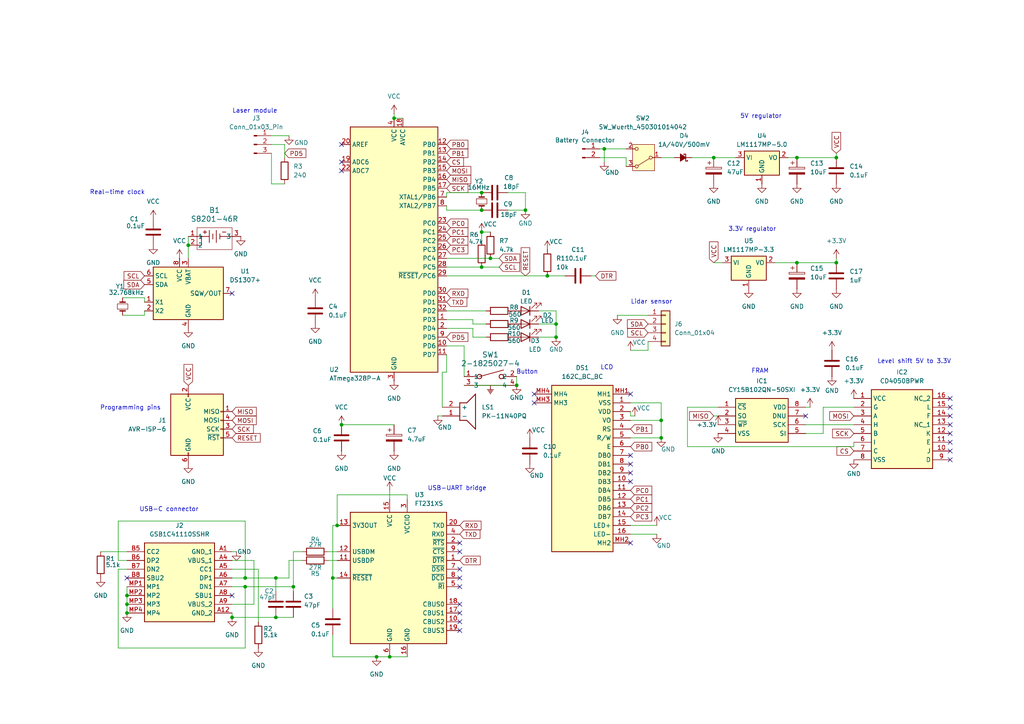
<source format=kicad_sch>
(kicad_sch (version 20250114) (generator "eeschema") (generator_version "9.0")
  (paper "A4")
  (title_block (title "Lidar system") (date "2025-05-14") (rev "1") (company "Filip Andersson"))
  (text "Real-time clock" (at 34.036 55.88 0) (effects (font (size 1.27 1.27))))
  (text "5V regulator" (at 220.726 33.782 0) (effects (font (size 1.27 1.27))))
  (text "FRAM" (at 220.472 107.696 0) (effects (font (size 1.27 1.27))))
  (text "Level shift 5V to 3.3V" (at 265.176 104.902 0) (effects (font (size 1.27 1.27))))
  (text "USB-UART bridge" (at 132.588 141.732 0) (effects (font (size 1.27 1.27))))
  (text "Programming pins" (at 37.846 118.364 0) (effects (font (size 1.27 1.27))))
  (text "Lidar sensor" (at 188.976 87.63 0) (effects (font (size 1.27 1.27))))
  (text "USB-C connector\n" (at 49.022 147.828 0) (effects (font (size 1.27 1.27))))
  (text "LCD" (at 176.022 106.68 0) (effects (font (size 1.27 1.27))))
  (text "3.3V regulator" (at 218.186 66.548 0) (effects (font (size 1.27 1.27))))
  (text "Laser module" (at 73.914 32.258 0) (effects (font (size 1.27 1.27))))
  (text "Button" (at 152.908 107.95 0) (effects (font (size 1.27 1.27))))
  (junction (at 158.75 80.01))
  (junction (at 99.06 123.19))
  (junction (at 96.52 167.64))
  (junction (at 109.22 190.5))
  (junction (at 36.83 177.8))
  (junction (at 149.86 111.76))
  (junction (at 114.3 34.29))
  (junction (at 54.61 71.12))
  (junction (at 231.14 45.72))
  (junction (at 113.03 190.5))
  (junction (at 139.7 77.47))
  (junction (at 175.26 43.18))
  (junction (at 85.09 170.18))
  (junction (at 80.01 179.07))
  (junction (at 36.83 172.72))
  (junction (at 152.4 60.96))
  (junction (at 207.01 45.72))
  (junction (at 80.01 167.64))
  (junction (at 161.29 97.79))
  (junction (at 242.57 45.72))
  (junction (at 71.12 170.18))
  (junction (at 191.77 127))
  (junction (at 36.83 175.26))
  (junction (at 139.7 55.88))
  (junction (at 242.57 76.2))
  (junction (at 71.12 167.64))
  (junction (at 191.77 121.92))
  (junction (at 67.31 179.07))
  (junction (at 231.14 76.2))
  (junction (at 139.7 67.31))
  (junction (at 139.7 60.96))
  (junction (at 161.29 93.98))
  (junction (at 142.24 74.93))
  (junction (at 97.79 152.4))
  (no_connect (at 154.94 114.3))
  (no_connect (at 275.59 120.65))
  (no_connect (at 275.59 133.35))
  (no_connect (at 99.06 49.53))
  (no_connect (at 99.06 46.99))
  (no_connect (at 233.68 120.65))
  (no_connect (at 133.35 182.88))
  (no_connect (at 133.35 160.02))
  (no_connect (at 133.35 157.48))
  (no_connect (at 133.35 175.26))
  (no_connect (at 67.31 85.09))
  (no_connect (at 133.35 170.18))
  (no_connect (at 67.31 172.72))
  (no_connect (at 133.35 167.64))
  (no_connect (at 182.88 134.62))
  (no_connect (at 182.88 114.3))
  (no_connect (at 99.06 41.91))
  (no_connect (at 275.59 123.19))
  (no_connect (at 275.59 115.57))
  (no_connect (at 182.88 157.48))
  (no_connect (at 133.35 165.1))
  (no_connect (at 275.59 128.27))
  (no_connect (at 275.59 118.11))
  (no_connect (at 182.88 132.08))
  (no_connect (at 275.59 130.81))
  (no_connect (at 36.83 167.64))
  (no_connect (at 275.59 125.73))
  (no_connect (at 133.35 180.34))
  (no_connect (at 154.94 116.84))
  (no_connect (at 133.35 177.8))
  (no_connect (at 182.88 139.7))
  (no_connect (at 182.88 137.16))
  (wire (pts (xy 67.31 170.18) (xy 71.12 170.18)))
  (wire (pts (xy 238.76 118.11) (xy 238.76 125.73)))
  (wire (pts (xy 242.57 74.93) (xy 242.57 76.2)))
  (wire (pts (xy 128.27 107.95) (xy 129.54 107.95)))
  (wire (pts (xy 73.66 175.26) (xy 73.66 162.56)))
  (wire (pts (xy 74.93 165.1) (xy 67.31 165.1)))
  (wire (pts (xy 68.58 160.02) (xy 67.31 160.02)))
  (wire (pts (xy 207.01 120.65) (xy 208.28 120.65)))
  (wire (pts (xy 161.29 90.17) (xy 161.29 93.98)))
  (wire (pts (xy 142.24 74.93) (xy 129.54 74.93)))
  (wire (pts (xy 182.88 101.6) (xy 187.96 101.6)))
  (wire (pts (xy 54.61 71.12) (xy 54.61 74.93)))
  (wire (pts (xy 129.54 107.95) (xy 129.54 102.87)))
  (wire (pts (xy 231.14 76.2) (xy 242.57 76.2)))
  (wire (pts (xy 114.3 33.02) (xy 114.3 34.29)))
  (wire (pts (xy 129.54 55.88) (xy 129.54 57.15)))
  (wire (pts (xy 139.7 67.31) (xy 142.24 67.31)))
  (wire (pts (xy 156.21 97.79) (xy 161.29 97.79)))
  (wire (pts (xy 207.01 76.2) (xy 209.55 76.2)))
  (wire (pts (xy 137.16 93.98) (xy 137.16 92.71)))
  (wire (pts (xy 113.03 142.24) (xy 113.03 144.78)))
  (wire (pts (xy 247.65 118.11) (xy 238.76 118.11)))
  (wire (pts (xy 129.54 90.17) (xy 140.97 90.17)))
  (wire (pts (xy 80.01 167.64) (xy 83.82 167.64)))
  (wire (pts (xy 85.09 171.45) (xy 85.09 170.18)))
  (wire (pts (xy 118.11 190.5) (xy 113.03 190.5)))
  (wire (pts (xy 199.39 129.54) (xy 199.39 118.11)))
  (wire (pts (xy 242.57 44.45) (xy 242.57 45.72)))
  (wire (pts (xy 191.77 121.92) (xy 191.77 116.84)))
  (wire (pts (xy 139.7 77.47) (xy 129.54 77.47)))
  (wire (pts (xy 129.54 80.01) (xy 158.75 80.01)))
  (wire (pts (xy 67.31 167.64) (xy 71.12 167.64)))
  (wire (pts (xy 152.4 55.88) (xy 152.4 60.96)))
  (wire (pts (xy 41.91 90.17) (xy 41.91 91.44)))
  (wire (pts (xy 233.68 123.19) (xy 247.65 123.19)))
  (wire (pts (xy 179.07 91.44) (xy 187.96 91.44)))
  (wire (pts (xy 78.74 53.34) (xy 78.74 44.45)))
  (wire (pts (xy 175.26 46.99) (xy 175.26 43.18)))
  (wire (pts (xy 247.65 129.54) (xy 199.39 129.54)))
  (wire (pts (xy 139.7 55.88) (xy 129.54 55.88)))
  (wire (pts (xy 134.62 111.76) (xy 149.86 111.76)))
  (wire (pts (xy 247.65 129.54) (xy 247.65 128.27)))
  (wire (pts (xy 182.88 152.4) (xy 190.5 152.4)))
  (wire (pts (xy 191.77 127) (xy 191.77 121.92)))
  (wire (pts (xy 200.66 45.72) (xy 207.01 45.72)))
  (wire (pts (xy 144.78 74.93) (xy 142.24 74.93)))
  (wire (pts (xy 83.82 162.56) (xy 87.63 162.56)))
  (wire (pts (xy 34.29 162.56) (xy 34.29 151.13)))
  (wire (pts (xy 156.21 90.17) (xy 161.29 90.17)))
  (wire (pts (xy 73.66 162.56) (xy 67.31 162.56)))
  (wire (pts (xy 137.16 92.71) (xy 129.54 92.71)))
  (wire (pts (xy 96.52 167.64) (xy 96.52 176.53)))
  (wire (pts (xy 140.97 93.98) (xy 137.16 93.98)))
  (wire (pts (xy 80.01 167.64) (xy 80.01 171.45)))
  (wire (pts (xy 199.39 118.11) (xy 208.28 118.11)))
  (wire (pts (xy 36.83 172.72) (xy 36.83 175.26)))
  (wire (pts (xy 82.55 45.72) (xy 82.55 41.91)))
  (wire (pts (xy 238.76 125.73) (xy 233.68 125.73)))
  (wire (pts (xy 34.29 151.13) (xy 71.12 151.13)))
  (wire (pts (xy 175.26 43.18) (xy 173.99 43.18)))
  (wire (pts (xy 109.22 190.5) (xy 96.52 190.5)))
  (wire (pts (xy 34.29 165.1) (xy 36.83 165.1)))
  (wire (pts (xy 207.01 45.72) (xy 213.36 45.72)))
  (wire (pts (xy 182.88 154.94) (xy 190.5 154.94)))
  (wire (pts (xy 78.74 39.37) (xy 83.82 39.37)))
  (wire (pts (xy 182.88 121.92) (xy 191.77 121.92)))
  (wire (pts (xy 182.88 127) (xy 191.77 127)))
  (wire (pts (xy 182.88 120.65) (xy 182.88 119.38)))
  (wire (pts (xy 191.77 116.84) (xy 182.88 116.84)))
  (wire (pts (xy 175.26 43.18) (xy 181.61 43.18)))
  (wire (pts (xy 147.32 60.96) (xy 152.4 60.96)))
  (wire (pts (xy 74.93 180.34) (xy 74.93 165.1)))
  (wire (pts (xy 149.86 109.22) (xy 149.86 111.76)))
  (wire (pts (xy 67.31 179.07) (xy 80.01 179.07)))
  (wire (pts (xy 95.25 160.02) (xy 97.79 160.02)))
  (wire (pts (xy 29.21 160.02) (xy 36.83 160.02)))
  (wire (pts (xy 99.06 123.19) (xy 114.3 123.19)))
  (wire (pts (xy 128.27 118.11) (xy 128.27 107.95)))
  (wire (pts (xy 129.54 100.33) (xy 134.62 100.33)))
  (wire (pts (xy 71.12 151.13) (xy 71.12 167.64)))
  (wire (pts (xy 171.45 80.01) (xy 172.72 80.01)))
  (wire (pts (xy 134.62 109.22) (xy 134.62 100.33)))
  (wire (pts (xy 97.79 143.51) (xy 97.79 152.4)))
  (wire (pts (xy 36.83 162.56) (xy 34.29 162.56)))
  (wire (pts (xy 71.12 187.96) (xy 34.29 187.96)))
  (wire (pts (xy 71.12 170.18) (xy 85.09 170.18)))
  (wire (pts (xy 85.09 170.18) (xy 85.09 160.02)))
  (wire (pts (xy 71.12 170.18) (xy 71.12 187.96)))
  (wire (pts (xy 67.31 175.26) (xy 73.66 175.26)))
  (wire (pts (xy 96.52 190.5) (xy 96.52 184.15)))
  (wire (pts (xy 80.01 179.07) (xy 85.09 179.07)))
  (wire (pts (xy 158.75 80.01) (xy 163.83 80.01)))
  (wire (pts (xy 129.54 95.25) (xy 137.16 95.25)))
  (wire (pts (xy 71.12 167.64) (xy 80.01 167.64)))
  (wire (pts (xy 139.7 60.96) (xy 129.54 60.96)))
  (wire (pts (xy 147.32 55.88) (xy 152.4 55.88)))
  (wire (pts (xy 231.14 45.72) (xy 242.57 45.72)))
  (wire (pts (xy 41.91 87.63) (xy 41.91 86.36)))
  (wire (pts (xy 113.03 190.5) (xy 109.22 190.5)))
  (wire (pts (xy 96.52 152.4) (xy 96.52 167.64)))
  (wire (pts (xy 129.54 60.96) (xy 129.54 59.69)))
  (wire (pts (xy 137.16 95.25) (xy 137.16 97.79)))
  (wire (pts (xy 139.7 77.47) (xy 144.78 77.47)))
  (wire (pts (xy 97.79 152.4) (xy 96.52 152.4)))
  (wire (pts (xy 41.91 91.44) (xy 35.56 91.44)))
  (wire (pts (xy 114.3 34.29) (xy 116.84 34.29)))
  (wire (pts (xy 36.83 170.18) (xy 36.83 172.72)))
  (wire (pts (xy 36.83 175.26) (xy 36.83 177.8)))
  (wire (pts (xy 187.96 101.6) (xy 187.96 99.06)))
  (wire (pts (xy 54.61 68.58) (xy 54.61 71.12)))
  (wire (pts (xy 118.11 144.78) (xy 118.11 143.51)))
  (wire (pts (xy 128.27 120.65) (xy 127 120.65)))
  (wire (pts (xy 161.29 93.98) (xy 161.29 97.79)))
  (wire (pts (xy 173.99 45.72) (xy 181.61 45.72)))
  (wire (pts (xy 82.55 53.34) (xy 78.74 53.34)))
  (wire (pts (xy 83.82 167.64) (xy 83.82 162.56)))
  (wire (pts (xy 234.95 118.11) (xy 233.68 118.11)))
  (wire (pts (xy 228.6 45.72) (xy 231.14 45.72)))
  (wire (pts (xy 85.09 160.02) (xy 87.63 160.02)))
  (wire (pts (xy 82.55 41.91) (xy 78.74 41.91)))
  (wire (pts (xy 139.7 67.31) (xy 139.7 69.85)))
  (wire (pts (xy 181.61 48.26) (xy 181.61 45.72)))
  (wire (pts (xy 182.88 120.65) (xy 184.15 120.65)))
  (wire (pts (xy 224.79 76.2) (xy 231.14 76.2)))
  (wire (pts (xy 41.91 86.36) (xy 35.56 86.36)))
  (wire (pts (xy 95.25 162.56) (xy 97.79 162.56)))
  (wire (pts (xy 137.16 97.79) (xy 140.97 97.79)))
  (wire (pts (xy 191.77 45.72) (xy 195.58 45.72)))
  (wire (pts (xy 96.52 167.64) (xy 97.79 167.64)))
  (wire (pts (xy 34.29 187.96) (xy 34.29 165.1)))
  (wire (pts (xy 156.21 93.98) (xy 161.29 93.98)))
  (wire (pts (xy 118.11 143.51) (xy 97.79 143.51)))
  (wire (pts (xy 67.31 179.07) (xy 67.31 177.8)))
  (global_label "PC2" (shape input) (at 129.54 69.85 0) (property "Intersheetrefs" "${INTERSHEET_REFS}" (effects (hide yes))))
  (global_label "SCK" (shape input) (at 129.54 54.61 0) (property "Intersheetrefs" "${INTERSHEET_REFS}" (effects (hide yes))))
  (global_label "PC0" (shape input) (at 182.88 142.24 0) (property "Intersheetrefs" "${INTERSHEET_REFS}" (effects (hide yes))))
  (global_label "CS" (shape input) (at 129.54 46.99 0) (property "Intersheetrefs" "${INTERSHEET_REFS}" (effects (hide yes))))
  (global_label "RESET" (shape input) (at 152.4 80.01 90) (property "Intersheetrefs" "${INTERSHEET_REFS}" (effects (hide yes))))
  (global_label "MISO" (shape input) (at 67.31 119.38 0) (property "Intersheetrefs" "${INTERSHEET_REFS}" (effects (hide yes))))
  (global_label "SCL" (shape input) (at 187.96 96.52 180) (property "Intersheetrefs" "${INTERSHEET_REFS}" (effects (hide yes))))
  (global_label "PB0" (shape input) (at 129.54 41.91 0) (property "Intersheetrefs" "${INTERSHEET_REFS}" (effects (hide yes))))
  (global_label "DTR" (shape input) (at 133.35 162.56 0) (property "Intersheetrefs" "${INTERSHEET_REFS}" (effects (hide yes))))
  (global_label "PB0" (shape input) (at 182.88 129.54 0) (property "Intersheetrefs" "${INTERSHEET_REFS}" (effects (hide yes))))
  (global_label "TXD" (shape input) (at 129.54 87.63 0) (property "Intersheetrefs" "${INTERSHEET_REFS}" (effects (hide yes))))
  (global_label "PC1" (shape input) (at 182.88 144.78 0) (property "Intersheetrefs" "${INTERSHEET_REFS}" (effects (hide yes))))
  (global_label "PC3" (shape input) (at 129.54 72.39 0) (property "Intersheetrefs" "${INTERSHEET_REFS}" (effects (hide yes))))
  (global_label "TXD" (shape input) (at 133.35 154.94 0) (property "Intersheetrefs" "${INTERSHEET_REFS}" (effects (hide yes))))
  (global_label "MOSI" (shape input) (at 129.54 49.53 0) (property "Intersheetrefs" "${INTERSHEET_REFS}" (effects (hide yes))))
  (global_label "SCK" (shape input) (at 247.65 125.73 180) (property "Intersheetrefs" "${INTERSHEET_REFS}" (effects (hide yes))))
  (global_label "RXD" (shape input) (at 133.35 152.4 0) (property "Intersheetrefs" "${INTERSHEET_REFS}" (effects (hide yes))))
  (global_label "PB1" (shape input) (at 182.88 124.46 0) (property "Intersheetrefs" "${INTERSHEET_REFS}" (effects (hide yes))))
  (global_label "SDA" (shape input) (at 144.78 74.93 0) (property "Intersheetrefs" "${INTERSHEET_REFS}" (effects (hide yes))))
  (global_label "SDA" (shape input) (at 41.91 82.55 180) (property "Intersheetrefs" "${INTERSHEET_REFS}" (effects (hide yes))))
  (global_label "SCL" (shape input) (at 144.78 77.47 0) (property "Intersheetrefs" "${INTERSHEET_REFS}" (effects (hide yes))))
  (global_label "VCC" (shape input) (at 54.61 111.76 90) (property "Intersheetrefs" "${INTERSHEET_REFS}" (effects (hide yes))))
  (global_label "MOSI" (shape input) (at 247.65 120.65 180) (property "Intersheetrefs" "${INTERSHEET_REFS}" (effects (hide yes))))
  (global_label "MISO" (shape input) (at 129.54 52.07 0) (property "Intersheetrefs" "${INTERSHEET_REFS}" (effects (hide yes))))
  (global_label "SDA" (shape input) (at 187.96 93.98 180) (property "Intersheetrefs" "${INTERSHEET_REFS}" (effects (hide yes))))
  (global_label "VCC" (shape input) (at 207.01 76.2 90) (property "Intersheetrefs" "${INTERSHEET_REFS}" (effects (hide yes))))
  (global_label "MISO" (shape input) (at 207.01 120.65 180) (property "Intersheetrefs" "${INTERSHEET_REFS}" (effects (hide yes))))
  (global_label "CS" (shape input) (at 247.65 130.81 180) (property "Intersheetrefs" "${INTERSHEET_REFS}" (effects (hide yes))))
  (global_label "PC1" (shape input) (at 129.54 67.31 0) (property "Intersheetrefs" "${INTERSHEET_REFS}" (effects (hide yes))))
  (global_label "RXD" (shape input) (at 129.54 85.09 0) (property "Intersheetrefs" "${INTERSHEET_REFS}" (effects (hide yes))))
  (global_label "PC0" (shape input) (at 129.54 64.77 0) (property "Intersheetrefs" "${INTERSHEET_REFS}" (effects (hide yes))))
  (global_label "SCK" (shape input) (at 67.31 124.46 0) (property "Intersheetrefs" "${INTERSHEET_REFS}" (effects (hide yes))))
  (global_label "PC3" (shape input) (at 182.88 149.86 0) (property "Intersheetrefs" "${INTERSHEET_REFS}" (effects (hide yes))))
  (global_label "PD5" (shape input) (at 129.54 97.79 0) (property "Intersheetrefs" "${INTERSHEET_REFS}" (effects (hide yes))))
  (global_label "DTR" (shape input) (at 172.72 80.01 0) (property "Intersheetrefs" "${INTERSHEET_REFS}" (effects (hide yes))))
  (global_label "SCL" (shape input) (at 41.91 80.01 180) (property "Intersheetrefs" "${INTERSHEET_REFS}" (effects (hide yes))))
  (global_label "VCC" (shape input) (at 242.57 44.45 90) (property "Intersheetrefs" "${INTERSHEET_REFS}" (effects (hide yes))))
  (global_label "PB1" (shape input) (at 129.54 44.45 0) (property "Intersheetrefs" "${INTERSHEET_REFS}" (effects (hide yes))))
  (global_label "PD5" (shape input) (at 82.55 44.45 0) (property "Intersheetrefs" "${INTERSHEET_REFS}" (effects (hide yes))))
  (global_label "MOSI" (shape input) (at 67.31 121.92 0) (property "Intersheetrefs" "${INTERSHEET_REFS}" (effects (hide yes))))
  (global_label "RESET" (shape input) (at 67.31 127 0) (property "Intersheetrefs" "${INTERSHEET_REFS}" (effects (hide yes))))
  (global_label "PC2" (shape input) (at 182.88 147.32 0) (property "Intersheetrefs" "${INTERSHEET_REFS}" (effects (hide yes))))
  (symbol (lib_id "Library:C_Polarized") (at 114.3 127 0) (unit 1)
    (property "Reference" "C7" (at 118.11 124.8409 0) (effects (justify left)))
    (property "Value" "4.7uF" (at 118.11 127.3809 0) (effects (justify left)))
    (property "Footprint" "Capacitor_Tantalum_SMD:CP_EIA-6032-15_Kemet-U_HandSolder" (effects (hide yes)))
    (property "Description" "Polarized capacitor" (effects (hide yes)))
  )
  (symbol (lib_id "Library:LED") (at 152.4 93.98 180) (unit 1)
    (property "Reference" "D2" (at 158.75 91.44 0))
    (property "Value" "LED" (at 158.75 92.964 0))
    (property "Footprint" "Connector_PinHeader_2.54mm:PinHeader_1x02_P2.54mm_Horizontal" (effects (hide yes)))
    (property "Description" "Light emitting diode" (effects (hide yes)))
    (property "Sim.Pins" "1=K 2=A" (effects (hide yes)))
  )
  (symbol (lib_id "Library:Conn_01x03_Pin") (at 73.66 41.91 0) (unit 1)
    (property "Reference" "J3" (at 74.295 34.29 0))
    (property "Value" "Conn_01x03_Pin" (at 74.295 36.83 0))
    (property "Footprint" "Connector_PinHeader_2.54mm:PinHeader_1x03_P2.54mm_Vertical" (effects (hide yes)))
    (property "Description" "Generic connector, single row, 01x03, script generated" (effects (hide yes)))
  )
  (symbol (lib_id "Library:GND") (at 241.3 109.22 0) (unit 1)
    (property "Reference" "#PWR046" (effects (hide yes)))
    (property "Value" "GND" (at 241.3 113.284 0))
    (property "Description" "Power symbol creates a global label with name \"GND\" , ground" (effects (hide yes)))
  )
  (symbol (lib_id "Library:GSB1C41110SSHR") (at 67.31 160.02 0) (mirror y) (unit 1)
    (property "Reference" "J2" (at 52.07 152.4 0))
    (property "Value" "GSB1C41110SSHR" (at 52.07 154.94 0))
    (property "Footprint" "Library:GSB1C41110SSHR" (effects (hide yes)))
    (property "Datasheet" "https://cdn.amphenol-cs.com/media/wysiwyg/files/drawing/gsb1c41x10sshr-ax1.pdf" (effects (hide yes)))
    (property "Description" "USB2.0, Type C, Top mount, Center Height 1.63mm, Single Row Surface Mount" (effects (hide yes)))
    (property "Height" "3.41" (effects (hide yes)))
    (property "Manufacturer_Name" "Amphenol Communications Solutions" (effects (hide yes)))
    (property "Manufacturer_Part_Number" "GSB1C41110SSHR" (effects (hide yes)))
  )
  (symbol (lib_id "Library:GND") (at 69.85 68.58 0) (unit 1)
    (property "Reference" "#PWR09" (effects (hide yes)))
    (property "Value" "GND" (at 69.85 73.66 0))
    (property "Description" "Power symbol creates a global label with name \"GND\" , ground" (effects (hide yes)))
  )
  (symbol (lib_id "Library:VCC") (at 114.3 33.02 0) (unit 1)
    (property "Reference" "#PWR018" (effects (hide yes)))
    (property "Value" "VCC" (at 114.3 27.94 0))
    (property "Description" "Power symbol creates a global label with name \"VCC\"" (effects (hide yes)))
  )
  (symbol (lib_id "Library:GND") (at 220.98 53.34 0) (unit 1)
    (property "Reference" "#PWR037" (effects (hide yes)))
    (property "Value" "GND" (at 220.98 58.42 0))
    (property "Description" "Power symbol creates a global label with name \"GND\" , ground" (effects (hide yes)))
  )
  (symbol (lib_id "Library:162C_BC_BC") (at 154.94 114.3 0) (unit 1)
    (property "Reference" "DS1" (at 168.91 106.68 0))
    (property "Value" "162C_BC_BC" (at 168.91 109.22 0))
    (property "Footprint" "Library:162CBCBC" (effects (hide yes)))
    (property "Datasheet" "https://componentsearchengine.com/Datasheets/1/162C BC BC.pdf" (effects (hide yes)))
    (property "Description" "LCD Character Display Modules & Accessories 16x2 Char Display Yel/Grn STN" (effects (hide yes)))
    (property "Height" "11" (effects (hide yes)))
    (property "Mouser Part Number" "758-162CBCBC" (effects (hide yes)))
    (property "Mouser Price/Stock" "https://www.mouser.co.uk/ProductDetail/Displaytech/162C-BC-BC?qs=OplyyfyNBA43BPFMKknEpw%3D%3D" (effects (hide yes)))
    (property "Manufacturer_Name" "Displaytech" (effects (hide yes)))
    (property "Manufacturer_Part_Number" "162C BC BC" (effects (hide yes)))
  )
  (symbol (lib_id "Library:GND") (at 74.93 187.96 0) (unit 1)
    (property "Reference" "#PWR010" (effects (hide yes)))
    (property "Value" "GND" (at 74.93 193.04 0))
    (property "Description" "Power symbol creates a global label with name \"GND\" , ground" (effects (hide yes)))
  )
  (symbol (lib_id "Library:Conn_01x04") (at 193.04 93.98 0) (unit 1)
    (property "Reference" "J6" (at 195.58 93.9799 0) (effects (justify left)))
    (property "Value" "Conn_01x04" (at 195.58 96.5199 0) (effects (justify left)))
    (property "Footprint" "Connector_PinHeader_2.54mm:PinHeader_1x04_P2.54mm_Horizontal" (effects (hide yes)))
    (property "Description" "Generic connector, single row, 01x04, script generated (kicad-library-utils/schlib/autogen/connector/)" (effects (hide yes)))
  )
  (symbol (lib_id "Library:GND") (at 109.22 190.5 0) (unit 1)
    (property "Reference" "#PWR016" (effects (hide yes)))
    (property "Value" "GND" (at 109.22 195.58 0))
    (property "Description" "Power symbol creates a global label with name \"GND\" , ground" (effects (hide yes)))
  )
  (symbol (lib_id "Library:GND") (at 152.4 60.96 0) (unit 1)
    (property "Reference" "#PWR024" (effects (hide yes)))
    (property "Value" "GND" (at 152.4 64.77 0))
    (property "Description" "Power symbol creates a global label with name \"GND\" , ground" (effects (hide yes)))
  )
  (symbol (lib_id "Library:+3.3V") (at 242.57 74.93 0) (unit 1)
    (property "Reference" "#PWR047" (effects (hide yes)))
    (property "Value" "+3.3V" (at 242.57 69.85 0))
    (property "Description" "Power symbol creates a global label with name \"+3.3V\"" (effects (hide yes)))
  )
  (symbol (lib_id "Library:R") (at 158.75 76.2 0) (unit 1)
    (property "Reference" "R11" (at 161.29 74.9299 0) (effects (justify left)))
    (property "Value" "10k" (at 161.29 77.4699 0) (effects (justify left)))
    (property "Footprint" "Resistor_SMD:R_0805_2012Metric_Pad1.20x1.40mm_HandSolder" (effects (hide yes)))
    (property "Description" "Resistor" (effects (hide yes)))
  )
  (symbol (lib_id "Library:VCC") (at 182.88 101.6 0) (unit 1)
    (property "Reference" "#PWR053" (effects (hide yes)))
    (property "Value" "VCC" (at 185.42 99.314 0))
    (property "Description" "Power symbol creates a global label with name \"VCC\"" (effects (hide yes)))
  )
  (symbol (lib_id "Library:GND") (at 231.14 83.82 0) (unit 1)
    (property "Reference" "#PWR043" (effects (hide yes)))
    (property "Value" "GND" (at 231.14 88.9 0))
    (property "Description" "Power symbol creates a global label with name \"GND\" , ground" (effects (hide yes)))
  )
  (symbol (lib_id "Library:S8201-46R") (at 54.61 68.58 0) (unit 1)
    (property "Reference" "B1" (at 62.23 60.96 0) (effects (font (size 1.524 1.524))))
    (property "Value" "S8201-46R" (at 62.23 63.5 0) (effects (font (size 1.524 1.524))))
    (property "Footprint" "Library:S8201-46R_HRW" (effects (hide yes)))
    (property "Datasheet" "S8201-46R" (effects (hide yes)))
  )
  (symbol (lib_id "Library:GND") (at 149.86 111.76 0) (unit 1)
    (property "Reference" "#PWR023" (effects (hide yes)))
    (property "Value" "GND" (at 149.86 115.316 0))
    (property "Description" "Power symbol creates a global label with name \"GND\" , ground" (effects (hide yes)))
  )
  (symbol (lib_id "Library:+3.3V") (at 247.65 115.57 0) (unit 1)
    (property "Reference" "#PWR049" (effects (hide yes)))
    (property "Value" "+3.3V" (at 247.65 110.49 0))
    (property "Description" "Power symbol creates a global label with name \"+3.3V\"" (effects (hide yes)))
  )
  (symbol (lib_id "Library:R") (at 91.44 162.56 90) (unit 1)
    (property "Reference" "R5" (at 91.44 166.37 90))
    (property "Value" "27R" (at 91.44 164.592 90))
    (property "Footprint" "Resistor_SMD:R_0805_2012Metric_Pad1.20x1.40mm_HandSolder" (effects (hide yes)))
    (property "Description" "Resistor" (effects (hide yes)))
  )
  (symbol (lib_id "Library:CY15B102QN-50SXI") (at 208.28 118.11 0) (unit 1)
    (property "Reference" "IC1" (at 220.98 110.49 0))
    (property "Value" "CY15B102QN-50SXI" (at 220.98 113.03 0))
    (property "Footprint" "Package_DIP:DIP-8_W7.62mm_Socket_LongPads" (effects (hide yes)))
    (property "Datasheet" "https://www.cypress.com/file/444186/download" (effects (hide yes)))
    (property "Description" "FRAM (Ferroelectric RAM) Memory IC 4Mb (512K x 8) SPI 50MHz  8-SOIC" (effects (hide yes)))
    (property "Height" "2.03" (effects (hide yes)))
    (property "Mouser Part Number" "727-CY15B102QN-50SXI" (effects (hide yes)))
    (property "Mouser Price/Stock" "https://www.mouser.co.uk/ProductDetail/Infineon-Technologies/CY15B102QN-50SXI?qs=iLbezkQI%252Bsiws%2FsnWOK92g%3D%3D" (effects (hide yes)))
    (property "Manufacturer_Name" "Infineon" (effects (hide yes)))
    (property "Manufacturer_Part_Number" "CY15B102QN-50SXI" (effects (hide yes)))
  )
  (symbol (lib_id "Library:GND") (at 114.3 110.49 0) (unit 1)
    (property "Reference" "#PWR019" (effects (hide yes)))
    (property "Value" "GND" (at 114.3 115.57 0))
    (property "Description" "Power symbol creates a global label with name \"GND\" , ground" (effects (hide yes)))
  )
  (symbol (lib_id "Library:C_Polarized") (at 231.14 80.01 0) (unit 1)
    (property "Reference" "C15" (at 234.95 77.8509 0) (effects (justify left)))
    (property "Value" "10uF" (at 234.95 80.3909 0) (effects (justify left)))
    (property "Footprint" "Capacitor_Tantalum_SMD:CP_EIA-6032-15_Kemet-U_HandSolder" (effects (hide yes)))
    (property "Description" "Polarized capacitor" (effects (hide yes)))
  )
  (symbol (lib_id "Library:C") (at 85.09 175.26 0) (unit 1)
    (property "Reference" "C3" (at 88.138 172.974 0) (effects (justify left)))
    (property "Value" "47pF" (at 88.138 175.514 0) (effects (justify left)))
    (property "Footprint" "Capacitor_SMD:C_0805_2012Metric_Pad1.18x1.45mm_HandSolder" (effects (hide yes)))
    (property "Description" "Unpolarized capacitor" (effects (hide yes)))
  )
  (symbol (lib_id "Library:R") (at 144.78 90.17 90) (unit 1)
    (property "Reference" "R8" (at 149.098 89.154 90))
    (property "Value" "560" (at 149.352 91.186 90))
    (property "Footprint" "Resistor_SMD:R_0805_2012Metric_Pad1.20x1.40mm_HandSolder" (effects (hide yes)))
    (property "Description" "Resistor" (effects (hide yes)))
  )
  (symbol (lib_id "Library:GND") (at 242.57 53.34 0) (unit 1)
    (property "Reference" "#PWR042" (effects (hide yes)))
    (property "Value" "GND" (at 242.57 58.42 0))
    (property "Description" "Power symbol creates a global label with name \"GND\" , ground" (effects (hide yes)))
  )
  (symbol (lib_id "Library:R") (at 144.78 97.79 90) (unit 1)
    (property "Reference" "R10" (at 149.098 96.774 90))
    (property "Value" "560" (at 149.098 98.806 90))
    (property "Footprint" "Resistor_SMD:R_0805_2012Metric_Pad1.20x1.40mm_HandSolder" (effects (hide yes)))
    (property "Description" "Resistor" (effects (hide yes)))
  )
  (symbol (lib_id "Library:R") (at 29.21 163.83 180) (unit 1)
    (property "Reference" "R1" (at 32.004 162.052 0))
    (property "Value" "5.1k" (at 32.766 163.83 0))
    (property "Footprint" "Resistor_SMD:R_0805_2012Metric_Pad1.20x1.40mm_HandSolder" (effects (hide yes)))
    (property "Description" "Resistor" (effects (hide yes)))
  )
  (symbol (lib_id "Library:C_Polarized") (at 207.01 49.53 0) (unit 1)
    (property "Reference" "C12" (at 210.82 47.3709 0) (effects (justify left)))
    (property "Value" "47uF" (at 210.82 49.9109 0) (effects (justify left)))
    (property "Footprint" "Capacitor_Tantalum_SMD:CP_EIA-6032-15_Kemet-U_HandSolder" (effects (hide yes)))
    (property "Description" "Polarized capacitor" (effects (hide yes)))
  )
  (symbol (lib_id "Library:GND") (at 191.77 127 0) (unit 1)
    (property "Reference" "#PWR035" (effects (hide yes)))
    (property "Value" "GND" (at 193.802 130.302 0))
    (property "Description" "Power symbol creates a global label with name \"GND\" , ground" (effects (hide yes)))
  )
  (symbol (lib_id "Library:GND") (at 99.06 130.81 0) (unit 1)
    (property "Reference" "#PWR015" (effects (hide yes)))
    (property "Value" "GND" (at 99.06 135.89 0))
    (property "Description" "Power symbol creates a global label with name \"GND\" , ground" (effects (hide yes)))
  )
  (symbol (lib_id "Library:VCC") (at 153.67 127 0) (unit 1)
    (property "Reference" "#PWR026" (effects (hide yes)))
    (property "Value" "VCC" (at 156.21 124.714 0))
    (property "Description" "Power symbol creates a global label with name \"VCC\"" (effects (hide yes)))
  )
  (symbol (lib_id "Library:GND") (at 208.28 125.73 0) (unit 1)
    (property "Reference" "#PWR039" (effects (hide yes)))
    (property "Value" "GND" (at 208.28 130.81 0))
    (property "Description" "Power symbol creates a global label with name \"GND\" , ground" (effects (hide yes)))
  )
  (symbol (lib_id "Library:GND") (at 83.82 39.37 0) (unit 1)
    (property "Reference" "#PWR011" (effects (hide yes)))
    (property "Value" "GND" (at 87.376 41.402 0))
    (property "Description" "Power symbol creates a global label with name \"GND\" , ground" (effects (hide yes)))
  )
  (symbol (lib_id "Library:VCC") (at 91.44 86.36 0) (unit 1)
    (property "Reference" "#PWR012" (effects (hide yes)))
    (property "Value" "VCC" (at 91.44 81.28 0))
    (property "Description" "Power symbol creates a global label with name \"VCC\"" (effects (hide yes)))
  )
  (symbol (lib_id "Library:PK-11N40PQ") (at 128.27 118.11 0) (unit 1)
    (property "Reference" "LS1" (at 139.7 118.1099 0) (effects (justify left)))
    (property "Value" "PK-11N40PQ" (at 139.7 120.6499 0) (effects (justify left)))
    (property "Footprint" "Library:PK11N40PQ" (effects (hide yes)))
    (property "Datasheet" "https://datasheet.datasheetarchive.com/originals/distributors/DKDS-14/274928.pdf" (effects (hide yes)))
    (property "Description" "Buzzers Indicator, Internally Driven Piezo 5V 5mA 4.1kHz 80dB @ 5V, 10cm Through Hole PC Pins" (effects (hide yes)))
    (property "Height" "5.5" (effects (hide yes)))
    (property "Mouser Part Number" "539-PK-11N40PQ" (effects (hide yes)))
    (property "Mouser Price/Stock" "https://www.mouser.co.uk/ProductDetail/Mallory-Sonalert/PK-11N40PQ?qs=SXHtpsd1MbZ%252B7jeUyAAOVA%3D%3D" (effects (hide yes)))
    (property "Manufacturer_Name" "Mallory Sonalert" (effects (hide yes)))
    (property "Manufacturer_Part_Number" "PK-11N40PQ" (effects (hide yes)))
  )
  (symbol (lib_id "Library:+3.3V") (at 241.3 101.6 0) (unit 1)
    (property "Reference" "#PWR045" (effects (hide yes)))
    (property "Value" "+3.3V" (at 241.3 96.52 0))
    (property "Description" "Power symbol creates a global label with name \"+3.3V\"" (effects (hide yes)))
  )
  (symbol (lib_id "Library:GND") (at 175.26 46.99 0) (unit 1)
    (property "Reference" "#PWR025" (effects (hide yes)))
    (property "Value" "GND" (at 177.546 50.038 0))
    (property "Description" "Power symbol creates a global label with name \"GND\" , ground" (effects (hide yes)))
  )
  (symbol (lib_id "Library:GND") (at 29.21 167.64 0) (unit 1)
    (property "Reference" "#PWR01" (effects (hide yes)))
    (property "Value" "GND" (at 29.21 172.72 0))
    (property "Description" "Power symbol creates a global label with name \"GND\" , ground" (effects (hide yes)))
  )
  (symbol (lib_id "Library:GND") (at 36.83 177.8 0) (unit 1)
    (property "Reference" "#PWR051" (effects (hide yes)))
    (property "Value" "GND" (at 36.83 182.88 0))
    (property "Description" "Power symbol creates a global label with name \"GND\" , ground" (effects (hide yes)))
  )
  (symbol (lib_id "Library:GND") (at 231.14 53.34 0) (unit 1)
    (property "Reference" "#PWR040" (effects (hide yes)))
    (property "Value" "GND" (at 231.14 58.42 0))
    (property "Description" "Power symbol creates a global label with name \"GND\" , ground" (effects (hide yes)))
  )
  (symbol (lib_id "Library:VCC") (at 44.45 63.5 0) (unit 1)
    (property "Reference" "#PWR02" (effects (hide yes)))
    (property "Value" "VCC" (at 44.45 58.42 0))
    (property "Description" "Power symbol creates a global label with name \"VCC\"" (effects (hide yes)))
  )
  (symbol (lib_id "Library:LED") (at 152.4 90.17 180) (unit 1)
    (property "Reference" "D1" (at 152.654 84.836 0))
    (property "Value" "LED" (at 152.654 87.376 0))
    (property "Footprint" "Connector_PinHeader_2.54mm:PinHeader_1x02_P2.54mm_Horizontal" (effects (hide yes)))
    (property "Description" "Light emitting diode" (effects (hide yes)))
    (property "Sim.Pins" "1=K 2=A" (effects (hide yes)))
  )
  (symbol (lib_id "Library:AVR-ISP-6") (at 57.15 124.46 0) (unit 1)
    (property "Reference" "J1" (at 48.26 121.9199 0) (effects (justify right)))
    (property "Value" "AVR-ISP-6" (at 48.26 124.4599 0) (effects (justify right)))
    (property "Footprint" "Connector_IDC:IDC-Header_2x03_P2.54mm_Vertical" (effects (hide yes)))
    (property "Description" "Atmel 6-pin ISP connector" (effects (hide yes)))
  )
  (symbol (lib_id "Library:GND") (at 207.01 53.34 0) (unit 1)
    (property "Reference" "#PWR032" (effects (hide yes)))
    (property "Value" "GND" (at 207.01 58.42 0))
    (property "Description" "Power symbol creates a global label with name \"GND\" , ground" (effects (hide yes)))
  )
  (symbol (lib_id "Library:C") (at 143.51 60.96 270) (unit 1)
    (property "Reference" "C9" (at 147.32 59.182 90))
    (property "Value" "18pF" (at 147.574 62.23 90))
    (property "Footprint" "Capacitor_SMD:C_0805_2012Metric_Pad1.18x1.45mm_HandSolder" (effects (hide yes)))
    (property "Description" "Unpolarized capacitor" (effects (hide yes)))
  )
  (symbol (lib_id "Library:VCC") (at 158.75 72.39 0) (unit 1)
    (property "Reference" "#PWR028" (effects (hide yes)))
    (property "Value" "VCC" (at 161.29 70.104 0))
    (property "Description" "Power symbol creates a global label with name \"VCC\"" (effects (hide yes)))
  )
  (symbol (lib_id "Library:C") (at 96.52 180.34 0) (unit 1)
    (property "Reference" "C5" (at 90.17 181.356 0) (effects (justify left)))
    (property "Value" "0.1uF" (at 90.17 183.896 0) (effects (justify left)))
    (property "Footprint" "Capacitor_SMD:C_0805_2012Metric_Pad1.18x1.45mm_HandSolder" (effects (hide yes)))
    (property "Description" "Unpolarized capacitor" (effects (hide yes)))
  )
  (symbol (lib_id "Library:C") (at 143.51 55.88 270) (unit 1)
    (property "Reference" "C8" (at 147.574 51.562 90))
    (property "Value" "18pF" (at 148.336 54.102 90))
    (property "Footprint" "Capacitor_SMD:C_0805_2012Metric_Pad1.18x1.45mm_HandSolder" (effects (hide yes)))
    (property "Description" "Unpolarized capacitor" (effects (hide yes)))
  )
  (symbol (lib_id "Library:VCC") (at 190.5 152.4 0) (unit 1)
    (property "Reference" "#PWR033" (effects (hide yes)))
    (property "Value" "VCC" (at 193.04 150.114 0))
    (property "Description" "Power symbol creates a global label with name \"VCC\"" (effects (hide yes)))
  )
  (symbol (lib_id "Library:Crystal_Small") (at 139.7 58.42 270) (unit 1)
    (property "Reference" "Y2" (at 137.668 52.578 90) (effects (justify left)))
    (property "Value" "16MHz" (at 135.636 54.356 90) (effects (justify left)))
    (property "Footprint" "Crystal:Crystal_SMD_Abracon_ABM3-2Pin_5.0x3.2mm_HandSoldering" (effects (hide yes)))
    (property "Description" "Two pin crystal, small symbol" (effects (hide yes)))
  )
  (symbol (lib_id "Library:R") (at 144.78 93.98 90) (unit 1)
    (property "Reference" "R9" (at 149.098 92.964 90))
    (property "Value" "560" (at 149.098 94.996 90))
    (property "Footprint" "Resistor_SMD:R_0805_2012Metric_Pad1.20x1.40mm_HandSolder" (effects (hide yes)))
    (property "Description" "Resistor" (effects (hide yes)))
  )
  (symbol (lib_id "Library:GND") (at 153.67 134.62 0) (unit 1)
    (property "Reference" "#PWR027" (effects (hide yes)))
    (property "Value" "GND" (at 155.702 137.922 0))
    (property "Description" "Power symbol creates a global label with name \"GND\" , ground" (effects (hide yes)))
  )
  (symbol (lib_id "Library:C") (at 242.57 80.01 0) (unit 1)
    (property "Reference" "C17" (at 246.38 78.7399 0) (effects (justify left)))
    (property "Value" "1uF" (at 246.38 81.2799 0) (effects (justify left)))
    (property "Footprint" "Capacitor_SMD:C_0805_2012Metric_Pad1.18x1.45mm_HandSolder" (effects (hide yes)))
    (property "Description" "Unpolarized capacitor" (effects (hide yes)))
  )
  (symbol (lib_id "Library:ATmega328P-A") (at 114.3 72.39 0) (unit 1)
    (property "Reference" "U2" (at 95.504 107.188 0) (effects (justify left)))
    (property "Value" "ATmega328P-A" (at 95.504 109.728 0) (effects (justify left)))
    (property "Footprint" "Package_QFP:TQFP-32_7x7mm_P0.8mm" (effects (hide yes)))
    (property "Datasheet" "http://ww1.microchip.com/downloads/en/DeviceDoc/ATmega328_P%20AVR%20MCU%20with%20picoPower%20Technology%20Data%20Sheet%2040001984A.pdf" (effects (hide yes)))
    (property "Description" "20MHz, 32kB Flash, 2kB SRAM, 1kB EEPROM, TQFP-32" (effects (hide yes)))
  )
  (symbol (lib_id "Library:R") (at 82.55 49.53 0) (unit 1)
    (property "Reference" "R3" (at 85.09 48.2599 0) (effects (justify left)))
    (property "Value" "240" (at 85.09 50.7999 0) (effects (justify left)))
    (property "Footprint" "Resistor_SMD:R_0805_2012Metric_Pad1.20x1.40mm_HandSolder" (effects (hide yes)))
    (property "Description" "Resistor" (effects (hide yes)))
  )
  (symbol (lib_id "Library:VCC") (at 184.15 120.65 0) (unit 1)
    (property "Reference" "#PWR031" (effects (hide yes)))
    (property "Value" "VCC" (at 186.69 118.364 0))
    (property "Description" "Power symbol creates a global label with name \"VCC\"" (effects (hide yes)))
  )
  (symbol (lib_id "Library:LM1117MP-3.3") (at 217.17 76.2 0) (unit 1)
    (property "Reference" "U5" (at 217.17 69.85 0))
    (property "Value" "LM1117MP-3.3" (at 217.17 72.39 0))
    (property "Footprint" "Package_TO_SOT_SMD:SOT-223-3_TabPin2" (effects (hide yes)))
    (property "Datasheet" "http://www.ti.com/lit/ds/symlink/lm1117.pdf" (effects (hide yes)))
    (property "Description" "800mA Low-Dropout Linear Regulator, 3.3V fixed output, SOT-223" (effects (hide yes)))
  )
  (symbol (lib_id "Library:GND") (at 161.29 97.79 0) (unit 1)
    (property "Reference" "#PWR029" (effects (hide yes)))
    (property "Value" "GND" (at 161.29 101.346 0))
    (property "Description" "Power symbol creates a global label with name \"GND\" , ground" (effects (hide yes)))
  )
  (symbol (lib_id "Library:2-1825027-4") (at 134.62 109.22 0) (unit 1)
    (property "Reference" "SW1" (at 142.24 102.87 0) (effects (font (size 1.524 1.524))))
    (property "Value" "2-1825027-4" (at 142.24 105.41 0) (effects (font (size 1.524 1.524))))
    (property "Footprint" "Library:SW2_1825027-H_TEC" (effects (hide yes)))
    (property "Datasheet" "2-1825027-4" (effects (hide yes)))
  )
  (symbol (lib_id "Library:Crystal_Small") (at 35.56 88.9 270) (unit 1)
    (property "Reference" "Y1" (at 33.528 83.058 90) (effects (justify left)))
    (property "Value" "32.768kHz" (at 31.496 84.836 90) (effects (justify left)))
    (property "Footprint" "Crystal:Crystal_Round_D3.0mm_Vertical" (effects (hide yes)))
    (property "Description" "Two pin crystal, small symbol" (effects (hide yes)))
  )
  (symbol (lib_id "Library:C") (at 80.01 175.26 0) (unit 1)
    (property "Reference" "C2" (at 76.708 171.45 0) (effects (justify left)))
    (property "Value" "47pF" (at 75.184 173.228 0) (effects (justify left)))
    (property "Footprint" "Capacitor_SMD:C_0805_2012Metric_Pad1.18x1.45mm_HandSolder" (effects (hide yes)))
    (property "Description" "Unpolarized capacitor" (effects (hide yes)))
  )
  (symbol (lib_id "Library:VCC") (at 99.06 123.19 0) (unit 1)
    (property "Reference" "#PWR014" (effects (hide yes)))
    (property "Value" "VCC" (at 99.06 118.11 0))
    (property "Description" "Power symbol creates a global label with name \"VCC\"" (effects (hide yes)))
  )
  (symbol (lib_id "Library:VCC") (at 113.03 142.24 0) (unit 1)
    (property "Reference" "#PWR017" (effects (hide yes)))
    (property "Value" "VCC" (at 113.03 138.684 0))
    (property "Description" "Power symbol creates a global label with name \"VCC\"" (effects (hide yes)))
  )
  (symbol (lib_id "Library:Conn_01x02_Pin") (at 168.91 43.18 0) (unit 1)
    (property "Reference" "J4" (at 169.672 38.354 0))
    (property "Value" "Battery Connector" (at 169.672 40.64 0))
    (property "Footprint" "Connector_Wire:SolderWire-0.15sqmm_1x02_P4mm_D0.5mm_OD1.5mm" (effects (hide yes)))
    (property "Description" "Generic connector, single row, 01x02, script generated" (effects (hide yes)))
  )
  (symbol (lib_id "Library:VCC") (at 52.07 74.93 0) (unit 1)
    (property "Reference" "#PWR04" (effects (hide yes)))
    (property "Value" "VCC" (at 52.07 69.85 0))
    (property "Description" "Power symbol creates a global label with name \"VCC\"" (effects (hide yes)))
  )
  (symbol (lib_id "Library:GND") (at 91.44 93.98 0) (unit 1)
    (property "Reference" "#PWR013" (effects (hide yes)))
    (property "Value" "GND" (at 91.44 99.06 0))
    (property "Description" "Power symbol creates a global label with name \"GND\" , ground" (effects (hide yes)))
  )
  (symbol (lib_id "Library:CD4050BPWR") (at 247.65 115.57 0) (unit 1)
    (property "Reference" "IC2" (at 261.62 107.95 0))
    (property "Value" "CD4050BPWR" (at 261.62 110.49 0))
    (property "Footprint" "Library:SOP65P640X120-16N" (effects (hide yes)))
    (property "Datasheet" "http://www.ti.com/lit/ds/symlink/cd4050b.pdf" (effects (hide yes)))
    (property "Description" "TEXAS INSTRUMENTS - CD4050BPWR - LOGIC, BUFF/CONVERTER HEX, 16TSSOP" (effects (hide yes)))
    (property "Height" "1.2" (effects (hide yes)))
    (property "Mouser Part Number" "595-CD4050BPWR" (effects (hide yes)))
    (property "Mouser Price/Stock" "https://www.mouser.co.uk/ProductDetail/Texas-Instruments/CD4050BPWR?qs=UFeyouyReuEX8o4osudYYQ%3D%3D" (effects (hide yes)))
    (property "Manufacturer_Name" "Texas Instruments" (effects (hide yes)))
    (property "Manufacturer_Part_Number" "CD4050BPWR" (effects (hide yes)))
  )
  (symbol (lib_id "Library:R") (at 91.44 160.02 90) (unit 1)
    (property "Reference" "R4" (at 91.44 156.464 90))
    (property "Value" "27R" (at 91.44 157.988 90))
    (property "Footprint" "Resistor_SMD:R_0805_2012Metric_Pad1.20x1.40mm_HandSolder" (effects (hide yes)))
    (property "Description" "Resistor" (effects (hide yes)))
  )
  (symbol (lib_id "Library:GND") (at 127 120.65 0) (unit 1)
    (property "Reference" "#PWR021" (effects (hide yes)))
    (property "Value" "GND" (at 129.032 123.952 0))
    (property "Description" "Power symbol creates a global label with name \"GND\" , ground" (effects (hide yes)))
  )
  (symbol (lib_id "Library:GND") (at 68.58 160.02 0) (unit 1)
    (property "Reference" "#PWR08" (effects (hide yes)))
    (property "Value" "GND" (at 70.866 160.02 0))
    (property "Description" "Power symbol creates a global label with name \"GND\" , ground" (effects (hide yes)))
  )
  (symbol (lib_id "Library:R") (at 139.7 73.66 0) (unit 1)
    (property "Reference" "R6" (at 136.144 68.072 0) (effects (justify left)))
    (property "Value" "4.7k" (at 135.89 70.104 0) (effects (justify left)))
    (property "Footprint" "Resistor_SMD:R_0805_2012Metric_Pad1.20x1.40mm_HandSolder" (effects (hide yes)))
    (property "Description" "Resistor" (effects (hide yes)))
  )
  (symbol (lib_id "Library:GND") (at 54.61 134.62 0) (unit 1)
    (property "Reference" "#PWR06" (effects (hide yes)))
    (property "Value" "GND" (at 54.61 139.7 0))
    (property "Description" "Power symbol creates a global label with name \"GND\" , ground" (effects (hide yes)))
  )
  (symbol (lib_id "Library:GND") (at 179.07 91.44 0) (unit 1)
    (property "Reference" "#PWR052" (effects (hide yes)))
    (property "Value" "GND" (at 179.07 96.52 0))
    (property "Description" "Power symbol creates a global label with name \"GND\" , ground" (effects (hide yes)))
  )
  (symbol (lib_id "Library:GND") (at 190.5 154.94 0) (unit 1)
    (property "Reference" "#PWR034" (effects (hide yes)))
    (property "Value" "GND" (at 192.532 158.242 0))
    (property "Description" "Power symbol creates a global label with name \"GND\" , ground" (effects (hide yes)))
  )
  (symbol (lib_id "Library:DS1307+") (at 54.61 85.09 0) (unit 1)
    (property "Reference" "U1" (at 71.12 78.6698 0))
    (property "Value" "DS1307+" (at 71.12 81.2098 0))
    (property "Footprint" "Package_SO:SOIC-8_3.9x4.9mm_P1.27mm" (effects (hide yes)))
    (property "Datasheet" "https://datasheets.maximintegrated.com/en/ds/DS1307.pdf" (effects (hide yes)))
    (property "Description" "64 x 8, Serial, I2C Real-time clock, 4.5V to 5.5V VCC, 0°C to +70°C, DIP-8" (effects (hide yes)))
  )
  (symbol (lib_id "Library:C") (at 241.3 105.41 0) (unit 1)
    (property "Reference" "C16" (at 245.11 104.1399 0) (effects (justify left)))
    (property "Value" "0.1uF" (at 245.11 106.6799 0) (effects (justify left)))
    (property "Footprint" "Capacitor_SMD:C_0805_2012Metric_Pad1.18x1.45mm_HandSolder" (effects (hide yes)))
    (property "Description" "Unpolarized capacitor" (effects (hide yes)))
  )
  (symbol (lib_id "Library:GND") (at 54.61 95.25 0) (unit 1)
    (property "Reference" "#PWR05" (effects (hide yes)))
    (property "Value" "GND" (at 54.61 100.33 0))
    (property "Description" "Power symbol creates a global label with name \"GND\" , ground" (effects (hide yes)))
  )
  (symbol (lib_id "Library:VCC") (at 139.7 67.31 0) (unit 1)
    (property "Reference" "#PWR022" (effects (hide yes)))
    (property "Value" "VCC" (at 142.24 65.024 0))
    (property "Description" "Power symbol creates a global label with name \"VCC\"" (effects (hide yes)))
  )
  (symbol (lib_id "Library:LED") (at 152.4 97.79 180) (unit 1)
    (property "Reference" "D3" (at 155.194 98.806 0))
    (property "Value" "LED" (at 155.194 101.346 0))
    (property "Footprint" "Connector_PinHeader_2.54mm:PinHeader_1x02_P2.54mm_Horizontal" (effects (hide yes)))
    (property "Description" "Light emitting diode" (effects (hide yes)))
    (property "Sim.Pins" "1=K 2=A" (effects (hide yes)))
  )
  (symbol (lib_id "Library:FT231XS") (at 115.57 167.64 0) (unit 1)
    (property "Reference" "U3" (at 120.2533 143.51 0) (effects (justify left)))
    (property "Value" "FT231XS" (at 120.2533 146.05 0) (effects (justify left)))
    (property "Footprint" "Package_SO:SSOP-20_3.9x8.7mm_P0.635mm" (effects (hide yes)))
    (property "Datasheet" "https://www.ftdichip.com/Support/Documents/DataSheets/ICs/DS_FT231X.pdf" (effects (hide yes)))
    (property "Description" "Full Speed USB to Full Handshake UART, SSOP-20" (effects (hide yes)))
  )
  (symbol (lib_id "Library:SW_Wuerth_450301014042") (at 186.69 45.72 180) (unit 1)
    (property "Reference" "SW2" (at 186.436 34.29 0))
    (property "Value" "SW_Wuerth_450301014042" (at 186.436 36.83 0))
    (property "Footprint" "Button_Switch_THT:SW_Slide-03_Wuerth-WS-SLTV_10x2.5x6.4_P2.54mm" (effects (hide yes)))
    (property "Datasheet" "https://www.we-online.com/components/products/datasheet/450301014042.pdf" (effects (hide yes)))
    (property "Description" "Switch slide, single pole double throw" (effects (hide yes)))
  )
  (symbol (lib_id "Library:GND") (at 67.31 179.07 0) (unit 1)
    (property "Reference" "#PWR07" (effects (hide yes)))
    (property "Value" "GND" (at 67.31 184.15 0))
    (property "Description" "Power symbol creates a global label with name \"GND\" , ground" (effects (hide yes)))
  )
  (symbol (lib_id "Library:C") (at 44.45 67.31 0) (unit 1)
    (property "Reference" "C1" (at 37.592 63.5 0) (effects (justify left)))
    (property "Value" "0.1uF" (at 36.576 65.532 0) (effects (justify left)))
    (property "Footprint" "Capacitor_SMD:C_0805_2012Metric_Pad1.18x1.45mm_HandSolder" (effects (hide yes)))
    (property "Description" "Unpolarized capacitor" (effects (hide yes)))
  )
  (symbol (lib_id "Library:+3.3V") (at 234.95 118.11 0) (unit 1)
    (property "Reference" "#PWR044" (effects (hide yes)))
    (property "Value" "+3.3V" (at 234.95 113.03 0))
    (property "Description" "Power symbol creates a global label with name \"+3.3V\"" (effects (hide yes)))
  )
  (symbol (lib_id "Library:D_Schottky_Small_Filled") (at 198.12 45.72 180) (unit 1)
    (property "Reference" "D4" (at 198.374 39.37 0))
    (property "Value" "1A/40V/500mV" (at 198.374 41.91 0))
    (property "Footprint" "Diode_SMD:D_3220_8050Metric_Pad2.65x5.15mm_HandSolder" (effects (hide yes)))
    (property "Description" "Schottky diode, small symbol, filled shape" (effects (hide yes)))
  )
  (symbol (lib_id "Library:LM1117MP-5.0") (at 220.98 45.72 0) (unit 1)
    (property "Reference" "U4" (at 220.98 39.37 0))
    (property "Value" "LM1117MP-5.0" (at 220.98 41.91 0))
    (property "Footprint" "Package_TO_SOT_SMD:SOT-223-3_TabPin2" (effects (hide yes)))
    (property "Datasheet" "http://www.ti.com/lit/ds/symlink/lm1117.pdf" (effects (hide yes)))
    (property "Description" "800mA Low-Dropout Linear Regulator, 5.0V fixed output, SOT-223" (effects (hide yes)))
  )
  (symbol (lib_id "Library:GND") (at 114.3 130.81 0) (unit 1)
    (property "Reference" "#PWR020" (effects (hide yes)))
    (property "Value" "GND" (at 114.3 135.89 0))
    (property "Description" "Power symbol creates a global label with name \"GND\" , ground" (effects (hide yes)))
  )
  (symbol (lib_id "Library:+3.3V") (at 208.28 123.19 0) (unit 1)
    (property "Reference" "#PWR038" (effects (hide yes)))
    (property "Value" "+3.3V" (at 204.978 123.19 0))
    (property "Description" "Power symbol creates a global label with name \"+3.3V\"" (effects (hide yes)))
  )
  (symbol (lib_id "Library:GND") (at 44.45 71.12 0) (unit 1)
    (property "Reference" "#PWR03" (effects (hide yes)))
    (property "Value" "GND" (at 44.45 76.2 0))
    (property "Description" "Power symbol creates a global label with name \"GND\" , ground" (effects (hide yes)))
  )
  (symbol (lib_id "Library:C") (at 167.64 80.01 270) (unit 1)
    (property "Reference" "C11" (at 167.64 72.39 90))
    (property "Value" "0.1uF" (at 167.64 74.93 90))
    (property "Footprint" "Capacitor_SMD:C_0805_2012Metric_Pad1.18x1.45mm_HandSolder" (effects (hide yes)))
    (property "Description" "Unpolarized capacitor" (effects (hide yes)))
  )
  (symbol (lib_id "Library:C") (at 99.06 127 0) (unit 1)
    (property "Reference" "C6" (at 90.678 124.968 0) (effects (justify left)))
    (property "Value" "0.1uF" (at 90.678 127.508 0) (effects (justify left)))
    (property "Footprint" "Capacitor_SMD:C_0805_2012Metric_Pad1.18x1.45mm_HandSolder" (effects (hide yes)))
    (property "Description" "Unpolarized capacitor" (effects (hide yes)))
  )
  (symbol (lib_id "Library:C_Polarized") (at 231.14 49.53 0) (unit 1)
    (property "Reference" "C13" (at 234.95 47.3709 0) (effects (justify left)))
    (property "Value" "10uF" (at 234.95 49.9109 0) (effects (justify left)))
    (property "Footprint" "Capacitor_Tantalum_SMD:CP_EIA-6032-15_Kemet-U_HandSolder" (effects (hide yes)))
    (property "Description" "Polarized capacitor" (effects (hide yes)))
  )
  (symbol (lib_id "Library:GND") (at 247.65 133.35 0) (unit 1)
    (property "Reference" "#PWR050" (effects (hide yes)))
    (property "Value" "GND" (at 247.65 137.414 0))
    (property "Description" "Power symbol creates a global label with name \"GND\" , ground" (effects (hide yes)))
  )
  (symbol (lib_id "Library:C") (at 242.57 49.53 0) (unit 1)
    (property "Reference" "C14" (at 246.38 48.2599 0) (effects (justify left)))
    (property "Value" "0.1uF" (at 246.38 50.7999 0) (effects (justify left)))
    (property "Footprint" "Capacitor_SMD:C_0805_2012Metric_Pad1.18x1.45mm_HandSolder" (effects (hide yes)))
    (property "Description" "Unpolarized capacitor" (effects (hide yes)))
  )
  (symbol (lib_id "Library:GND") (at 217.17 83.82 0) (unit 1)
    (property "Reference" "#PWR041" (effects (hide yes)))
    (property "Value" "GND" (at 217.17 88.9 0))
    (property "Description" "Power symbol creates a global label with name \"GND\" , ground" (effects (hide yes)))
  )
  (symbol (lib_id "Library:R") (at 142.24 71.12 0) (unit 1)
    (property "Reference" "R7" (at 144.78 69.8499 0) (effects (justify left)))
    (property "Value" "4.7k" (at 144.78 72.3899 0) (effects (justify left)))
    (property "Footprint" "Resistor_SMD:R_0805_2012Metric_Pad1.20x1.40mm_HandSolder" (effects (hide yes)))
    (property "Description" "Resistor" (effects (hide yes)))
  )
  (symbol (lib_id "Library:R") (at 74.93 184.15 180) (unit 1)
    (property "Reference" "R2" (at 77.724 182.372 0))
    (property "Value" "5.1k" (at 78.486 184.15 0))
    (property "Footprint" "Resistor_SMD:R_0805_2012Metric_Pad1.20x1.40mm_HandSolder" (effects (hide yes)))
    (property "Description" "Resistor" (effects (hide yes)))
  )
  (symbol (lib_id "Library:C") (at 153.67 130.81 0) (unit 1)
    (property "Reference" "C10" (at 157.48 129.5399 0) (effects (justify left)))
    (property "Value" "0.1uF" (at 157.48 132.0799 0) (effects (justify left)))
    (property "Footprint" "Capacitor_SMD:C_0805_2012Metric_Pad1.18x1.45mm_HandSolder" (effects (hide yes)))
    (property "Description" "Unpolarized capacitor" (effects (hide yes)))
  )
  (symbol (lib_id "Library:C") (at 91.44 90.17 0) (unit 1)
    (property "Reference" "C4" (at 95.25 88.8999 0) (effects (justify left)))
    (property "Value" "0.1uF" (at 95.25 91.4399 0) (effects (justify left)))
    (property "Footprint" "Capacitor_SMD:C_0805_2012Metric_Pad1.18x1.45mm_HandSolder" (effects (hide yes)))
    (property "Description" "Unpolarized capacitor" (effects (hide yes)))
  )
  (symbol (lib_id "Library:GND") (at 242.57 83.82 0) (unit 1)
    (property "Reference" "#PWR048" (effects (hide yes)))
    (property "Value" "GND" (at 242.57 88.9 0))
    (property "Description" "Power symbol creates a global label with name \"GND\" , ground" (effects (hide yes)))
  )
)
</source>
